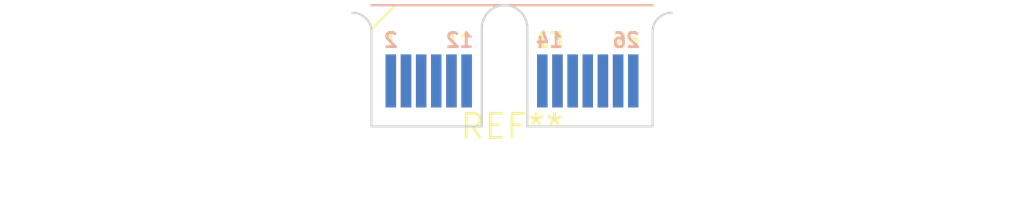
<source format=kicad_pcb>
(kicad_pcb (version 20240108) (generator pcbnew)
  (layers (0 "F.Cu" signal) (31 "B.Cu" signal) (34 "B.Paste" user) (35 "F.Paste" user) (36 "B.SilkS" user "B.Silkscreen") (37 "F.SilkS" user "F.Silkscreen") (38 "B.Mask" user) (39 "F.Mask" user) (44 "Edge.Cuts" user))
  (net 0 "")
  (footprint "Samtec_HSEC8-113-X-X-DV_2x13_P0.8mm_Wing_Edge" (layer "F.Cu") (at 0 0)
    (property "Reference" "REF**")
    (property "Value" "Samtec_HSEC8-113-X-X-DV_2x13_P0.8mm_Wing_Edge")
    (fp_line (start -7.425 -6.4) (end -7.425 -6.4) (layer "B.SilkS") (stroke (width 0.12)))
    (fp_line (start -7.425 -6.4) (end 7.425 -6.4) (layer "B.SilkS") (stroke (width 0.12)))
    (fp_line (start -7.425 -5.13) (end -6.155 -6.4) (layer "F.SilkS") (stroke (width 0.12)))
    (fp_line (start -6.155 -6.4) (end 7.425 -6.4) (layer "F.SilkS") (stroke (width 0.12)))
    (fp_line (start -7.425 -5) (end -7.425 0) (layer "Edge.Cuts") (stroke (width 0.12)))
    (fp_line (start -7.425 0) (end -1.595 0) (layer "Edge.Cuts") (stroke (width 0.12)))
    (fp_line (start -1.595 0) (end -1.595 -5.2) (layer "Edge.Cuts") (stroke (width 0.12)))
    (fp_line (start 0.805 -5.2) (end 0.805 0) (layer "Edge.Cuts") (stroke (width 0.12)))
    (fp_line (start 0.805 0) (end 7.425 0) (layer "Edge.Cuts") (stroke (width 0.12)))
    (fp_line (start 7.425 0) (end 7.425 -5) (layer "Edge.Cuts") (stroke (width 0.12)))
    (fp_arc (start -8.425 -6) (mid -7.717893 -5.707107) (end -7.425 -5) (layer "Edge.Cuts") (stroke (width 0.12)))
    (fp_arc (start -1.595 -5.2) (mid -0.395 -6.4) (end 0.805 -5.2) (layer "Edge.Cuts") (stroke (width 0.12)))
    (fp_arc (start 7.425 -5) (mid 7.717893 -5.707107) (end 8.425 -6) (layer "Edge.Cuts") (stroke (width 0.12)))
    (fp_text user "12" (at -2.775 -4.55 0) (layer "B.SilkS") (effects (font (size 0.75 0.75)) (justify mirror)))
    (fp_text user "14" (at 1.975 -4.55 0) (layer "B.SilkS") (effects (font (size 0.75 0.75)) (justify mirror)))
    (fp_text user "26" (at 6.025 -4.55 0) (layer "B.SilkS") (effects (font (size 0.75 0.75)) (justify mirror)))
    (fp_text user "2" (at -6.4 -4.55 0) (layer "B.SilkS") (effects (font (size 0.75 0.75)) (justify mirror)))
    (fp_text user "11" (at -2.775 -4.55 0) (layer "F.SilkS") (effects (font (size 0.75 0.75))))
    (fp_text user "1" (at -6.4 -4.55 0) (layer "F.SilkS") (effects (font (size 0.75 0.75))))
    (fp_text user "25" (at 6.025 -4.55 0) (layer "F.SilkS") (effects (font (size 0.75 0.75))))
    (fp_text user "13" (at 1.975 -4.55 0) (layer "F.SilkS") (effects (font (size 0.75 0.75))))
    (pad "1" connect rect (at -6.4 -2.4) (size 0.55 2.8) (layers "F.Cu" "F.Mask"))
    (pad "2" connect rect (at -6.4 -2.4) (size 0.55 2.8) (layers "B.Cu" "B.Mask"))
    (pad "3" connect rect (at -5.6 -2.4) (size 0.55 2.8) (layers "F.Cu" "F.Mask"))
    (pad "4" connect rect (at -5.6 -2.4) (size 0.55 2.8) (layers "B.Cu" "B.Mask"))
    (pad "5" connect rect (at -4.8 -2.4) (size 0.55 2.8) (layers "F.Cu" "F.Mask"))
    (pad "6" connect rect (at -4.8 -2.4) (size 0.55 2.8) (layers "B.Cu" "B.Mask"))
    (pad "7" connect rect (at -4 -2.4) (size 0.55 2.8) (layers "F.Cu" "F.Mask"))
    (pad "8" connect rect (at -4 -2.4) (size 0.55 2.8) (layers "B.Cu" "B.Mask"))
    (pad "9" connect rect (at -3.2 -2.4) (size 0.55 2.8) (layers "F.Cu" "F.Mask"))
    (pad "10" connect rect (at -3.2 -2.4) (size 0.55 2.8) (layers "B.Cu" "B.Mask"))
    (pad "11" connect rect (at -2.4 -2.4) (size 0.55 2.8) (layers "F.Cu" "F.Mask"))
    (pad "12" connect rect (at -2.4 -2.4) (size 0.55 2.8) (layers "B.Cu" "B.Mask"))
    (pad "13" connect rect (at 1.6 -2.4) (size 0.55 2.8) (layers "F.Cu" "F.Mask"))
    (pad "14" connect rect (at 1.6 -2.4) (size 0.55 2.8) (layers "B.Cu" "B.Mask"))
    (pad "15" connect rect (at 2.4 -2.4) (size 0.55 2.8) (layers "F.Cu" "F.Mask"))
    (pad "16" connect rect (at 2.4 -2.4) (size 0.55 2.8) (layers "B.Cu" "B.Mask"))
    (pad "17" connect rect (at 3.2 -2.4) (size 0.55 2.8) (layers "F.Cu" "F.Mask"))
    (pad "18" connect rect (at 3.2 -2.4) (size 0.55 2.8) (layers "B.Cu" "B.Mask"))
    (pad "19" connect rect (at 4 -2.4) (size 0.55 2.8) (layers "F.Cu" "F.Mask"))
    (pad "20" connect rect (at 4 -2.4) (size 0.55 2.8) (layers "B.Cu" "B.Mask"))
    (pad "21" connect rect (at 4.8 -2.4) (size 0.55 2.8) (layers "F.Cu" "F.Mask"))
    (pad "22" connect rect (at 4.8 -2.4) (size 0.55 2.8) (layers "B.Cu" "B.Mask"))
    (pad "23" connect rect (at 5.6 -2.4) (size 0.55 2.8) (layers "F.Cu" "F.Mask"))
    (pad "24" connect rect (at 5.6 -2.4) (size 0.55 2.8) (layers "B.Cu" "B.Mask"))
    (pad "25" connect rect (at 6.4 -2.4) (size 0.55 2.8) (layers "F.Cu" "F.Mask"))
    (pad "26" connect rect (at 6.4 -2.4) (size 0.55 2.8) (layers "B.Cu" "B.Mask"))
  )
)
</source>
